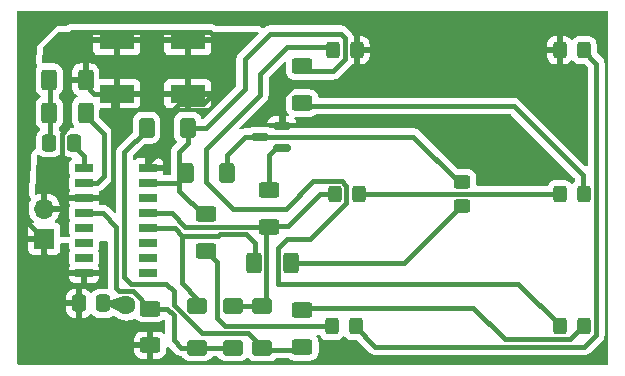
<source format=gbr>
%TF.GenerationSoftware,KiCad,Pcbnew,8.0.1*%
%TF.CreationDate,2024-04-22T11:34:38+02:00*%
%TF.ProjectId,wuerfel,77756572-6665-46c2-9e6b-696361645f70,rev?*%
%TF.SameCoordinates,Original*%
%TF.FileFunction,Copper,L1,Top*%
%TF.FilePolarity,Positive*%
%FSLAX46Y46*%
G04 Gerber Fmt 4.6, Leading zero omitted, Abs format (unit mm)*
G04 Created by KiCad (PCBNEW 8.0.1) date 2024-04-22 11:34:38*
%MOMM*%
%LPD*%
G01*
G04 APERTURE LIST*
G04 Aperture macros list*
%AMRoundRect*
0 Rectangle with rounded corners*
0 $1 Rounding radius*
0 $2 $3 $4 $5 $6 $7 $8 $9 X,Y pos of 4 corners*
0 Add a 4 corners polygon primitive as box body*
4,1,4,$2,$3,$4,$5,$6,$7,$8,$9,$2,$3,0*
0 Add four circle primitives for the rounded corners*
1,1,$1+$1,$2,$3*
1,1,$1+$1,$4,$5*
1,1,$1+$1,$6,$7*
1,1,$1+$1,$8,$9*
0 Add four rect primitives between the rounded corners*
20,1,$1+$1,$2,$3,$4,$5,0*
20,1,$1+$1,$4,$5,$6,$7,0*
20,1,$1+$1,$6,$7,$8,$9,0*
20,1,$1+$1,$8,$9,$2,$3,0*%
G04 Aperture macros list end*
%TA.AperFunction,SMDPad,CuDef*%
%ADD10R,3.000000X1.500000*%
%TD*%
%TA.AperFunction,SMDPad,CuDef*%
%ADD11R,1.525000X0.650000*%
%TD*%
%TA.AperFunction,SMDPad,CuDef*%
%ADD12RoundRect,0.150000X0.587500X0.150000X-0.587500X0.150000X-0.587500X-0.150000X0.587500X-0.150000X0*%
%TD*%
%TA.AperFunction,SMDPad,CuDef*%
%ADD13RoundRect,0.250000X-0.625000X0.400000X-0.625000X-0.400000X0.625000X-0.400000X0.625000X0.400000X0*%
%TD*%
%TA.AperFunction,SMDPad,CuDef*%
%ADD14RoundRect,0.250000X-0.325000X-0.450000X0.325000X-0.450000X0.325000X0.450000X-0.325000X0.450000X0*%
%TD*%
%TA.AperFunction,SMDPad,CuDef*%
%ADD15RoundRect,0.250000X0.325000X0.450000X-0.325000X0.450000X-0.325000X-0.450000X0.325000X-0.450000X0*%
%TD*%
%TA.AperFunction,SMDPad,CuDef*%
%ADD16RoundRect,0.250000X0.625000X-0.400000X0.625000X0.400000X-0.625000X0.400000X-0.625000X-0.400000X0*%
%TD*%
%TA.AperFunction,SMDPad,CuDef*%
%ADD17RoundRect,0.250000X0.450000X-0.325000X0.450000X0.325000X-0.450000X0.325000X-0.450000X-0.325000X0*%
%TD*%
%TA.AperFunction,SMDPad,CuDef*%
%ADD18RoundRect,0.250000X0.337500X0.475000X-0.337500X0.475000X-0.337500X-0.475000X0.337500X-0.475000X0*%
%TD*%
%TA.AperFunction,SMDPad,CuDef*%
%ADD19RoundRect,0.250000X0.400000X0.625000X-0.400000X0.625000X-0.400000X-0.625000X0.400000X-0.625000X0*%
%TD*%
%TA.AperFunction,SMDPad,CuDef*%
%ADD20RoundRect,0.250000X-0.600000X0.400000X-0.600000X-0.400000X0.600000X-0.400000X0.600000X0.400000X0*%
%TD*%
%TA.AperFunction,SMDPad,CuDef*%
%ADD21RoundRect,0.250000X0.400000X0.600000X-0.400000X0.600000X-0.400000X-0.600000X0.400000X-0.600000X0*%
%TD*%
%TA.AperFunction,ComponentPad*%
%ADD22R,1.700000X1.700000*%
%TD*%
%TA.AperFunction,ComponentPad*%
%ADD23O,1.700000X1.700000*%
%TD*%
%TA.AperFunction,SMDPad,CuDef*%
%ADD24RoundRect,0.250000X-0.337500X-0.475000X0.337500X-0.475000X0.337500X0.475000X-0.337500X0.475000X0*%
%TD*%
%TA.AperFunction,ViaPad*%
%ADD25C,1.600000*%
%TD*%
%TA.AperFunction,Conductor*%
%ADD26C,0.400000*%
%TD*%
G04 APERTURE END LIST*
D10*
%TO.P,SW1,1,1*%
%TO.N,GND*%
X199175009Y-48750000D03*
X205175009Y-48750000D03*
%TO.P,SW1,2,2*%
X199175009Y-53250000D03*
X205175009Y-53250000D03*
%TD*%
D11*
%TO.P,IC1,1,Q12*%
%TO.N,unconnected-(IC1-Q12-Pad1)*%
X201848000Y-68453000D03*
%TO.P,IC1,2,Q13*%
%TO.N,unconnected-(IC1-Q13-Pad2)*%
X201848000Y-67183000D03*
%TO.P,IC1,3,Q14*%
%TO.N,unconnected-(IC1-Q14-Pad3)*%
X201848000Y-65913000D03*
%TO.P,IC1,4,Q6*%
%TO.N,Net-(D14-K)*%
X201848000Y-64643000D03*
%TO.P,IC1,5,Q5*%
%TO.N,Net-(D15-K)*%
X201848000Y-63373000D03*
%TO.P,IC1,6,Q7*%
%TO.N,unconnected-(IC1-Q7-Pad6)*%
X201848000Y-62103000D03*
%TO.P,IC1,7,Q4*%
%TO.N,Net-(D13-A)*%
X201848000Y-60833000D03*
%TO.P,IC1,8,GND*%
%TO.N,GND*%
X201848000Y-59563000D03*
%TO.P,IC1,9,~{[Oslash]O}*%
%TO.N,Net-(IC1-~{[Oslash]O})*%
X196424000Y-59563000D03*
%TO.P,IC1,10,[Oslash]O*%
%TO.N,Net-(IC1-[Oslash]O)*%
X196424000Y-60833000D03*
%TO.P,IC1,11,~{[Oslash]I}*%
%TO.N,GND*%
X196424000Y-62103000D03*
%TO.P,IC1,12,CLEAR*%
%TO.N,Net-(D14-A)*%
X196424000Y-63373000D03*
%TO.P,IC1,13,Q9*%
%TO.N,unconnected-(IC1-Q9-Pad13)*%
X196424000Y-64643000D03*
%TO.P,IC1,14,Q8*%
%TO.N,unconnected-(IC1-Q8-Pad14)*%
X196424000Y-65913000D03*
%TO.P,IC1,15,Q10*%
%TO.N,unconnected-(IC1-Q10-Pad15)*%
X196424000Y-67183000D03*
%TO.P,IC1,16,VCC*%
%TO.N,+5V*%
X196424000Y-68453000D03*
%TD*%
D12*
%TO.P,Q1,1,B*%
%TO.N,Net-(Q1-B)*%
X213146626Y-57863296D03*
%TO.P,Q1,2,E*%
%TO.N,+5V*%
X213146626Y-55963296D03*
%TO.P,Q1,3,C*%
%TO.N,Net-(D10-A)*%
X211271626Y-56913296D03*
%TD*%
D13*
%TO.P,R1,1*%
%TO.N,Net-(Q1-B)*%
X212090000Y-61442000D03*
%TO.P,R1,2*%
%TO.N,Net-(D15-K)*%
X212090000Y-64542000D03*
%TD*%
D14*
%TO.P,D6,1,K*%
%TO.N,Net-(D6-K)*%
X217373827Y-72939173D03*
%TO.P,D6,2,A*%
%TO.N,Net-(D6-A)*%
X219423827Y-72939173D03*
%TD*%
D15*
%TO.P,D9,1,K*%
%TO.N,Net-(D9-K)*%
X238727827Y-72939173D03*
%TO.P,D9,2,A*%
%TO.N,Net-(D4-K)*%
X236677827Y-72939173D03*
%TD*%
D14*
%TO.P,D4,1,K*%
%TO.N,Net-(D4-K)*%
X217452327Y-49571173D03*
%TO.P,D4,2,A*%
%TO.N,+5V*%
X219502327Y-49571173D03*
%TD*%
D13*
%TO.P,R8,1*%
%TO.N,Net-(D9-K)*%
X214884000Y-71602000D03*
%TO.P,R8,2*%
%TO.N,Net-(D16-A)*%
X214884000Y-74702000D03*
%TD*%
D16*
%TO.P,R6,1*%
%TO.N,Net-(D6-K)*%
X206756000Y-66574000D03*
%TO.P,R6,2*%
%TO.N,Net-(D13-A)*%
X206756000Y-63474000D03*
%TD*%
D17*
%TO.P,D10,1,K*%
%TO.N,Net-(D10-K)*%
X228431827Y-62788173D03*
%TO.P,D10,2,A*%
%TO.N,Net-(D10-A)*%
X228431827Y-60738173D03*
%TD*%
D18*
%TO.P,C2,1*%
%TO.N,Net-(IC1-~{[Oslash]O})*%
X195537500Y-57404000D03*
%TO.P,C2,2*%
%TO.N,Net-(C2-Pad2)*%
X193462500Y-57404000D03*
%TD*%
D15*
%TO.P,D5,1,K*%
%TO.N,Net-(D5-K)*%
X219677827Y-61763173D03*
%TO.P,D5,2,A*%
%TO.N,Net-(D15-K)*%
X217627827Y-61763173D03*
%TD*%
D19*
%TO.P,R7,1*%
%TO.N,Net-(D10-K)*%
X213894000Y-67564000D03*
%TO.P,R7,2*%
%TO.N,Net-(D14-K)*%
X210794000Y-67564000D03*
%TD*%
D20*
%TO.P,D15,1,K*%
%TO.N,Net-(D15-K)*%
X209000000Y-71250000D03*
%TO.P,D15,2,A*%
%TO.N,Net-(D14-A)*%
X209000000Y-74750000D03*
%TD*%
D19*
%TO.P,R3,1*%
%TO.N,Net-(IC1-[Oslash]O)*%
X196550000Y-54864000D03*
%TO.P,R3,2*%
%TO.N,Net-(C2-Pad2)*%
X193450000Y-54864000D03*
%TD*%
%TO.P,R4,1*%
%TO.N,GND*%
X196550000Y-52070000D03*
%TO.P,R4,2*%
%TO.N,Net-(C2-Pad2)*%
X193450000Y-52070000D03*
%TD*%
D13*
%TO.P,R5,1*%
%TO.N,Net-(D13-A)*%
X214884000Y-50950000D03*
%TO.P,R5,2*%
%TO.N,Net-(D8-K)*%
X214884000Y-54050000D03*
%TD*%
D20*
%TO.P,D16,1,K*%
%TO.N,Net-(D15-K)*%
X211507969Y-71269008D03*
%TO.P,D16,2,A*%
%TO.N,Net-(D16-A)*%
X211507969Y-74769008D03*
%TD*%
D15*
%TO.P,D8,1,K*%
%TO.N,Net-(D8-K)*%
X238727827Y-61763173D03*
%TO.P,D8,2,A*%
%TO.N,Net-(D5-K)*%
X236677827Y-61763173D03*
%TD*%
%TO.P,D7,1,K*%
%TO.N,Net-(D6-A)*%
X238727827Y-49571173D03*
%TO.P,D7,2,A*%
%TO.N,+5V*%
X236677827Y-49571173D03*
%TD*%
D16*
%TO.P,R2,1*%
%TO.N,+5V*%
X202000000Y-74550000D03*
%TO.P,R2,2*%
%TO.N,Net-(D14-A)*%
X202000000Y-71450000D03*
%TD*%
D21*
%TO.P,D13,1,K*%
%TO.N,Net-(D10-A)*%
X208506000Y-59944000D03*
%TO.P,D13,2,A*%
%TO.N,Net-(D13-A)*%
X205006000Y-59944000D03*
%TD*%
D20*
%TO.P,D14,1,K*%
%TO.N,Net-(D14-K)*%
X206000000Y-71250000D03*
%TO.P,D14,2,A*%
%TO.N,Net-(D14-A)*%
X206000000Y-74750000D03*
%TD*%
D22*
%TO.P,J1,1*%
%TO.N,+5V*%
X193040000Y-65532000D03*
D23*
%TO.P,J1,2*%
%TO.N,GND*%
X193040000Y-62992000D03*
%TD*%
D24*
%TO.P,C1,1*%
%TO.N,+5V*%
X195962500Y-71000000D03*
%TO.P,C1,2*%
%TO.N,GND*%
X198037500Y-71000000D03*
%TD*%
D21*
%TO.P,D17,1,K*%
%TO.N,Net-(D13-A)*%
X205204000Y-56134000D03*
%TO.P,D17,2,A*%
%TO.N,Net-(D16-A)*%
X201704000Y-56134000D03*
%TD*%
D25*
%TO.N,GND*%
X203000000Y-58000000D03*
X200000000Y-71162000D03*
%TD*%
D26*
%TO.N,GND*%
X207038000Y-48038000D02*
X208280000Y-49280000D01*
X208280000Y-49280000D02*
X208280000Y-52324000D01*
X195404000Y-48038000D02*
X207038000Y-48038000D01*
X204470000Y-54102000D02*
X203454000Y-55118000D01*
X195000000Y-56202834D02*
X195000000Y-48442000D01*
X193000000Y-62952000D02*
X193000000Y-61000000D01*
X194550000Y-58450000D02*
X194550000Y-56652834D01*
X194000000Y-59000000D02*
X194550000Y-58450000D01*
X208280000Y-52324000D02*
X206502000Y-54102000D01*
X195000000Y-48442000D02*
X195404000Y-48038000D01*
X194550000Y-56652834D02*
X195000000Y-56202834D01*
X194000000Y-60000000D02*
X194000000Y-59000000D01*
X193000000Y-61000000D02*
X194000000Y-60000000D01*
X193040000Y-62992000D02*
X193000000Y-62952000D01*
X206502000Y-54102000D02*
X204470000Y-54102000D01*
X203454000Y-55118000D02*
X203454000Y-57957000D01*
%TO.N,+5V*%
X196424000Y-68453000D02*
X196403500Y-68432500D01*
X196403500Y-68432500D02*
X194670500Y-68432500D01*
X194670500Y-68432500D02*
X193040000Y-66802000D01*
X193040000Y-66802000D02*
X193040000Y-65532000D01*
%TO.N,GND*%
X199175009Y-53250000D02*
X205175009Y-53250000D01*
X196550000Y-52070000D02*
X196550000Y-52550000D01*
X196550000Y-52550000D02*
X197250000Y-53250000D01*
X197250000Y-53250000D02*
X199175009Y-53250000D01*
X196424000Y-62103000D02*
X197993000Y-62103000D01*
X197993000Y-62103000D02*
X198882000Y-61214000D01*
X198882000Y-61214000D02*
X198882000Y-53543009D01*
X198882000Y-53543009D02*
X199175009Y-53250000D01*
X201848000Y-59152000D02*
X203000000Y-58000000D01*
X201848000Y-59563000D02*
X201848000Y-59152000D01*
X199838000Y-71000000D02*
X200000000Y-71162000D01*
X198037500Y-71000000D02*
X199838000Y-71000000D01*
%TO.N,Net-(D14-A)*%
X202000000Y-71450000D02*
X203425306Y-71450000D01*
X203425306Y-71450000D02*
X204000000Y-72024694D01*
X204000000Y-72024694D02*
X204000000Y-74152000D01*
X204000000Y-74152000D02*
X204598000Y-74750000D01*
X204598000Y-74750000D02*
X206000000Y-74750000D01*
X196424000Y-63373000D02*
X197993000Y-63373000D01*
X197993000Y-63373000D02*
X199136000Y-64516000D01*
X199136000Y-64516000D02*
X199136000Y-69723000D01*
X199136000Y-69723000D02*
X199375000Y-69962000D01*
X199375000Y-69962000D02*
X200512000Y-69962000D01*
X200512000Y-69962000D02*
X202000000Y-71450000D01*
%TO.N,Net-(D13-A)*%
X205204000Y-56134000D02*
X206756000Y-56134000D01*
X217452421Y-51369500D02*
X214884000Y-51369500D01*
X206756000Y-56134000D02*
X210000000Y-52890000D01*
X210000000Y-52890000D02*
X210000000Y-50350000D01*
X218486570Y-50335351D02*
X217452421Y-51369500D01*
X210000000Y-50350000D02*
X212174000Y-48176000D01*
X218142190Y-48176000D02*
X218486570Y-48520380D01*
X212174000Y-48176000D02*
X218142190Y-48176000D01*
X218486570Y-48520380D02*
X218486570Y-50335351D01*
%TO.N,+5V*%
X208661500Y-47138000D02*
X194162000Y-47138000D01*
X194162000Y-47138000D02*
X191516000Y-49784000D01*
X191516000Y-49784000D02*
X191516000Y-64008000D01*
X191516000Y-64008000D02*
X193040000Y-65532000D01*
%TO.N,Net-(D9-K)*%
X214884000Y-71689500D02*
X215199500Y-71374000D01*
X215199500Y-71374000D02*
X229374000Y-71374000D01*
X237540327Y-74039173D02*
X238640327Y-72939173D01*
X229374000Y-71374000D02*
X232039173Y-74039173D01*
X232039173Y-74039173D02*
X237540327Y-74039173D01*
%TO.N,+5V*%
X219414827Y-49571173D02*
X219414827Y-51585173D01*
X214200000Y-52500000D02*
X213281500Y-53418500D01*
X219414827Y-51585173D02*
X218500000Y-52500000D01*
X213281500Y-53418500D02*
X213281500Y-55946000D01*
X218500000Y-52500000D02*
X214200000Y-52500000D01*
X219139457Y-47139457D02*
X219414827Y-47414827D01*
X208704543Y-47139457D02*
X219139457Y-47139457D01*
X219414827Y-47414827D02*
X219414827Y-49571173D01*
%TO.N,Net-(D6-K)*%
X206756000Y-66574000D02*
X207652000Y-67470000D01*
X207652000Y-67470000D02*
X207652000Y-72240083D01*
X207652000Y-72240083D02*
X208351090Y-72939173D01*
X208351090Y-72939173D02*
X217461327Y-72939173D01*
%TO.N,Net-(D16-A)*%
X201704000Y-56134000D02*
X201704000Y-56360000D01*
X206363007Y-73539173D02*
X210278134Y-73539173D01*
X201704000Y-56360000D02*
X199828000Y-58236000D01*
X199828000Y-58236000D02*
X199828000Y-68764000D01*
X199828000Y-68764000D02*
X200426000Y-69362000D01*
X204000000Y-71176166D02*
X206363007Y-73539173D01*
X200426000Y-69362000D02*
X203362000Y-69362000D01*
X203362000Y-69362000D02*
X204000000Y-70000000D01*
X204000000Y-70000000D02*
X204000000Y-71176166D01*
X210278134Y-73539173D02*
X211507969Y-74769008D01*
%TO.N,Net-(D14-K)*%
X204724000Y-65278000D02*
X207772000Y-65278000D01*
X210881500Y-65881500D02*
X210881500Y-67564000D01*
X207772000Y-65278000D02*
X207926000Y-65124000D01*
X207926000Y-65124000D02*
X210124000Y-65124000D01*
X210124000Y-65124000D02*
X210881500Y-65881500D01*
X206000000Y-71250000D02*
X206000000Y-70600000D01*
X206000000Y-70600000D02*
X204724000Y-69324000D01*
X204724000Y-69324000D02*
X204724000Y-65278000D01*
%TO.N,Net-(D14-A)*%
X208848000Y-74750000D02*
X209000000Y-74902000D01*
X206000000Y-74750000D02*
X208848000Y-74750000D01*
%TO.N,Net-(D15-K)*%
X209000000Y-71250000D02*
X211734000Y-71250000D01*
X211734000Y-71250000D02*
X211844000Y-71140000D01*
X211844000Y-71140000D02*
X211844000Y-64700500D01*
X211844000Y-64700500D02*
X212090000Y-64454500D01*
%TO.N,+5V*%
X231606827Y-49571173D02*
X234654827Y-49571173D01*
X234654827Y-49571173D02*
X236765327Y-49571173D01*
X219414827Y-49571173D02*
X231606827Y-49571173D01*
%TO.N,Net-(IC1-~{[Oslash]O})*%
X195260000Y-57404000D02*
X196424000Y-58568000D01*
X196424000Y-58568000D02*
X196424000Y-59563000D01*
%TO.N,Net-(C2-Pad2)*%
X193355500Y-52070000D02*
X193548000Y-52262500D01*
X193548000Y-57216000D02*
X193360000Y-57404000D01*
X193548000Y-52262500D02*
X193548000Y-57216000D01*
%TO.N,Net-(D4-K)*%
X211328000Y-51562000D02*
X211328000Y-53340000D01*
X217539827Y-49571173D02*
X217244654Y-49276000D01*
X211328000Y-53340000D02*
X206756000Y-57912000D01*
X212852000Y-69342000D02*
X233168154Y-69342000D01*
X215556900Y-65532000D02*
X213614000Y-65532000D01*
X206756000Y-57912000D02*
X206756000Y-60706000D01*
X213484239Y-62992000D02*
X215813066Y-60663173D01*
X212844000Y-69334000D02*
X212852000Y-69342000D01*
X212844000Y-66302000D02*
X212844000Y-69334000D01*
X206756000Y-60706000D02*
X209042000Y-62992000D01*
X217244654Y-49276000D02*
X213614000Y-49276000D01*
X218225727Y-60663173D02*
X218602827Y-61040273D01*
X209042000Y-62992000D02*
X213484239Y-62992000D01*
X233168154Y-69342000D02*
X236765327Y-72939173D01*
X218602827Y-61040273D02*
X218602827Y-62486073D01*
X215813066Y-60663173D02*
X218225727Y-60663173D01*
X213614000Y-49276000D02*
X211328000Y-51562000D01*
X213614000Y-65532000D02*
X212844000Y-66302000D01*
X218602827Y-62486073D02*
X215556900Y-65532000D01*
%TO.N,Net-(D5-K)*%
X219590327Y-61763173D02*
X233638827Y-61763173D01*
X233638827Y-61763173D02*
X236765327Y-61763173D01*
%TO.N,Net-(D15-K)*%
X212090000Y-64454500D02*
X212020500Y-64524000D01*
X212020500Y-64524000D02*
X204986000Y-64524000D01*
X203835000Y-63373000D02*
X201848000Y-63373000D01*
X217715327Y-61763173D02*
X216366827Y-61763173D01*
X204986000Y-64524000D02*
X203835000Y-63373000D01*
X213675500Y-64454500D02*
X212090000Y-64454500D01*
X216366827Y-61763173D02*
X213675500Y-64454500D01*
%TO.N,Net-(D6-A)*%
X238640327Y-49571173D02*
X239776000Y-50706846D01*
X239776000Y-73660000D02*
X238760000Y-74676000D01*
X239776000Y-50706846D02*
X239776000Y-73660000D01*
X221073154Y-74676000D02*
X219336327Y-72939173D01*
X238760000Y-74676000D02*
X221073154Y-74676000D01*
%TO.N,Net-(D8-K)*%
X214884000Y-54294500D02*
X232815327Y-54294500D01*
X232815327Y-54294500D02*
X238640327Y-60119500D01*
X238640327Y-60119500D02*
X238640327Y-61763173D01*
%TO.N,Net-(D10-K)*%
X228383327Y-62700673D02*
X228431827Y-62700673D01*
X223520000Y-67564000D02*
X228383327Y-62700673D01*
X213806500Y-67564000D02*
X223520000Y-67564000D01*
%TO.N,Net-(D10-A)*%
X210058000Y-56896000D02*
X211406500Y-56896000D01*
X208506000Y-59944000D02*
X208506000Y-58448000D01*
X208506000Y-58448000D02*
X210058000Y-56896000D01*
X228211673Y-60825673D02*
X228431827Y-60825673D01*
X224282000Y-56896000D02*
X228211673Y-60825673D01*
X211406500Y-56896000D02*
X224282000Y-56896000D01*
%TO.N,Net-(D13-A)*%
X203327000Y-60833000D02*
X201848000Y-60833000D01*
X206563500Y-63561500D02*
X204470000Y-61468000D01*
X204470000Y-58166000D02*
X204470000Y-60833000D01*
X204470000Y-61468000D02*
X204470000Y-60833000D01*
X204470000Y-60833000D02*
X203327000Y-60833000D01*
X205204000Y-57432000D02*
X204470000Y-58166000D01*
X206756000Y-63561500D02*
X206563500Y-63561500D01*
X205204000Y-56134000D02*
X205204000Y-57432000D01*
%TO.N,Net-(D14-K)*%
X201848000Y-64643000D02*
X204089000Y-64643000D01*
X204089000Y-64643000D02*
X204724000Y-65278000D01*
%TO.N,Net-(D16-A)*%
X214568500Y-74930000D02*
X214884000Y-74614500D01*
X212118000Y-74930000D02*
X214568500Y-74930000D01*
X211482000Y-75002000D02*
X211836000Y-74648000D01*
X211836000Y-74648000D02*
X212118000Y-74930000D01*
%TO.N,Net-(IC1-[Oslash]O)*%
X198120000Y-60198000D02*
X197485000Y-60833000D01*
X198120000Y-56703500D02*
X198120000Y-60198000D01*
X197485000Y-60833000D02*
X196424000Y-60833000D01*
X196280500Y-54864000D02*
X198120000Y-56703500D01*
%TO.N,Net-(Q1-B)*%
X212090000Y-61529500D02*
X212090000Y-58420000D01*
X212664000Y-57846000D02*
X213281500Y-57846000D01*
X212090000Y-58420000D02*
X212664000Y-57846000D01*
%TD*%
%TA.AperFunction,Conductor*%
%TO.N,GND*%
G36*
X197118048Y-48019685D02*
G01*
X197163803Y-48072489D01*
X197175009Y-48124000D01*
X197175009Y-48500000D01*
X201175009Y-48500000D01*
X201175009Y-48124000D01*
X201194694Y-48056961D01*
X201247498Y-48011206D01*
X201299009Y-48000000D01*
X203051009Y-48000000D01*
X203118048Y-48019685D01*
X203163803Y-48072489D01*
X203175009Y-48124000D01*
X203175009Y-48500000D01*
X207175009Y-48500000D01*
X207175009Y-48124000D01*
X207194694Y-48056961D01*
X207247498Y-48011206D01*
X207299009Y-48000000D01*
X211059981Y-48000000D01*
X211127020Y-48019685D01*
X211172775Y-48072489D01*
X211182719Y-48141647D01*
X211153694Y-48205203D01*
X211147662Y-48211681D01*
X209455888Y-49903453D01*
X209455887Y-49903454D01*
X209379222Y-50018192D01*
X209326421Y-50145667D01*
X209326418Y-50145677D01*
X209299500Y-50281004D01*
X209299500Y-52548481D01*
X209279815Y-52615520D01*
X209263181Y-52636162D01*
X206529493Y-55369849D01*
X206468170Y-55403334D01*
X206398478Y-55398350D01*
X206342545Y-55356478D01*
X206324107Y-55321175D01*
X206288814Y-55214666D01*
X206196712Y-55065344D01*
X206072656Y-54941288D01*
X205923334Y-54849186D01*
X205756797Y-54794001D01*
X205756795Y-54794000D01*
X205654010Y-54783500D01*
X204753998Y-54783500D01*
X204753980Y-54783501D01*
X204651203Y-54794000D01*
X204651200Y-54794001D01*
X204484668Y-54849185D01*
X204484663Y-54849187D01*
X204335342Y-54941289D01*
X204211289Y-55065342D01*
X204119187Y-55214663D01*
X204119186Y-55214666D01*
X204064001Y-55381203D01*
X204064001Y-55381204D01*
X204064000Y-55381204D01*
X204053500Y-55483983D01*
X204053500Y-56784001D01*
X204053501Y-56784018D01*
X204064000Y-56886796D01*
X204064001Y-56886799D01*
X204119185Y-57053331D01*
X204119187Y-57053336D01*
X204211289Y-57202657D01*
X204239306Y-57230674D01*
X204272791Y-57291997D01*
X204267807Y-57361689D01*
X204239306Y-57406036D01*
X203925888Y-57719454D01*
X203925882Y-57719462D01*
X203887433Y-57777006D01*
X203887433Y-57777007D01*
X203868329Y-57805598D01*
X203849225Y-57834188D01*
X203849221Y-57834195D01*
X203796421Y-57961667D01*
X203796418Y-57961677D01*
X203769500Y-58097004D01*
X203769500Y-60008500D01*
X203749815Y-60075539D01*
X203697011Y-60121294D01*
X203645500Y-60132500D01*
X203227401Y-60132500D01*
X203160362Y-60112815D01*
X203114607Y-60060011D01*
X203104112Y-59995243D01*
X203110499Y-59935841D01*
X203110500Y-59935827D01*
X203110500Y-59813000D01*
X201722000Y-59813000D01*
X201654961Y-59793315D01*
X201609206Y-59740511D01*
X201598000Y-59689000D01*
X201598000Y-58738000D01*
X202098000Y-58738000D01*
X202098000Y-59313000D01*
X203110500Y-59313000D01*
X203110500Y-59190172D01*
X203110499Y-59190155D01*
X203104098Y-59130627D01*
X203104096Y-59130620D01*
X203053854Y-58995913D01*
X203053850Y-58995906D01*
X202967690Y-58880812D01*
X202967687Y-58880809D01*
X202852593Y-58794649D01*
X202852586Y-58794645D01*
X202717879Y-58744403D01*
X202717872Y-58744401D01*
X202658344Y-58738000D01*
X202098000Y-58738000D01*
X201598000Y-58738000D01*
X201037655Y-58738000D01*
X200978127Y-58744401D01*
X200978120Y-58744403D01*
X200843413Y-58794645D01*
X200843411Y-58794646D01*
X200726811Y-58881934D01*
X200661347Y-58906351D01*
X200593074Y-58891500D01*
X200543668Y-58842095D01*
X200528500Y-58782667D01*
X200528500Y-58577518D01*
X200548185Y-58510479D01*
X200564814Y-58489841D01*
X201533838Y-57520817D01*
X201595161Y-57487333D01*
X201621519Y-57484499D01*
X202154002Y-57484499D01*
X202154008Y-57484499D01*
X202256797Y-57473999D01*
X202423334Y-57418814D01*
X202572656Y-57326712D01*
X202696712Y-57202656D01*
X202788814Y-57053334D01*
X202843999Y-56886797D01*
X202854500Y-56784009D01*
X202854499Y-55483992D01*
X202843999Y-55381203D01*
X202788814Y-55214666D01*
X202696712Y-55065344D01*
X202572656Y-54941288D01*
X202423334Y-54849186D01*
X202256797Y-54794001D01*
X202256795Y-54794000D01*
X202154010Y-54783500D01*
X201253998Y-54783500D01*
X201253980Y-54783501D01*
X201151203Y-54794000D01*
X201151200Y-54794001D01*
X200984668Y-54849185D01*
X200984663Y-54849187D01*
X200835342Y-54941289D01*
X200711289Y-55065342D01*
X200619187Y-55214663D01*
X200619186Y-55214666D01*
X200564001Y-55381203D01*
X200564001Y-55381204D01*
X200564000Y-55381204D01*
X200553500Y-55483983D01*
X200553500Y-56468480D01*
X200533815Y-56535519D01*
X200517181Y-56556161D01*
X199283888Y-57789453D01*
X199283887Y-57789454D01*
X199207222Y-57904192D01*
X199154421Y-58031667D01*
X199154418Y-58031679D01*
X199136561Y-58121455D01*
X199136561Y-58121458D01*
X199127500Y-58167006D01*
X199127500Y-63217480D01*
X199107815Y-63284519D01*
X199055011Y-63330274D01*
X198985853Y-63340218D01*
X198922297Y-63311193D01*
X198915819Y-63305161D01*
X198439545Y-62828887D01*
X198324807Y-62752222D01*
X198197332Y-62699421D01*
X198197322Y-62699418D01*
X198061996Y-62672500D01*
X198061994Y-62672500D01*
X198061993Y-62672500D01*
X197803401Y-62672500D01*
X197736362Y-62652815D01*
X197690607Y-62600011D01*
X197680112Y-62535243D01*
X197686499Y-62475841D01*
X197686500Y-62475827D01*
X197686500Y-62353000D01*
X195161500Y-62353000D01*
X195161500Y-62475844D01*
X195167901Y-62535372D01*
X195167903Y-62535379D01*
X195218145Y-62670086D01*
X195222397Y-62677872D01*
X195219179Y-62679628D01*
X195237477Y-62728976D01*
X195222493Y-62797220D01*
X195221335Y-62799018D01*
X195217702Y-62805671D01*
X195167410Y-62940513D01*
X195167409Y-62940517D01*
X195161000Y-63000127D01*
X195161000Y-63000134D01*
X195161000Y-63000135D01*
X195161000Y-63745870D01*
X195161001Y-63745876D01*
X195167408Y-63805483D01*
X195217702Y-63940328D01*
X195221954Y-63948114D01*
X195218780Y-63949846D01*
X195237159Y-63999302D01*
X195222225Y-64067557D01*
X195221617Y-64068502D01*
X195217702Y-64075671D01*
X195175841Y-64187909D01*
X195167409Y-64210517D01*
X195161000Y-64270127D01*
X195161000Y-64270134D01*
X195161000Y-64270135D01*
X195161000Y-65015870D01*
X195161001Y-65015876D01*
X195167409Y-65075484D01*
X195219748Y-65215815D01*
X195224732Y-65285506D01*
X195191246Y-65346829D01*
X195129923Y-65380313D01*
X195109578Y-65383001D01*
X194520511Y-65411595D01*
X194452596Y-65395184D01*
X194404335Y-65344661D01*
X194390499Y-65287741D01*
X194390499Y-64634129D01*
X194390498Y-64634123D01*
X194384091Y-64574516D01*
X194333797Y-64439671D01*
X194333793Y-64439664D01*
X194247547Y-64324455D01*
X194247544Y-64324452D01*
X194132335Y-64238206D01*
X194132328Y-64238202D01*
X194000401Y-64188997D01*
X193944467Y-64147126D01*
X193920050Y-64081662D01*
X193934902Y-64013389D01*
X193956053Y-63985133D01*
X194078108Y-63863078D01*
X194213600Y-63669578D01*
X194313429Y-63455492D01*
X194313432Y-63455486D01*
X194370636Y-63242000D01*
X193473012Y-63242000D01*
X193505925Y-63184993D01*
X193540000Y-63057826D01*
X193540000Y-62926174D01*
X193505925Y-62799007D01*
X193473012Y-62742000D01*
X194370636Y-62742000D01*
X194370635Y-62741999D01*
X194313432Y-62528513D01*
X194313429Y-62528507D01*
X194213600Y-62314422D01*
X194213599Y-62314420D01*
X194078113Y-62120926D01*
X194078108Y-62120920D01*
X193911082Y-61953894D01*
X193717578Y-61818399D01*
X193503492Y-61718570D01*
X193503486Y-61718567D01*
X193290000Y-61661364D01*
X193290000Y-62558988D01*
X193232993Y-62526075D01*
X193105826Y-62492000D01*
X192974174Y-62492000D01*
X192847007Y-62526075D01*
X192790000Y-62558988D01*
X192790000Y-61661364D01*
X192789999Y-61661364D01*
X192576513Y-61718567D01*
X192576507Y-61718570D01*
X192427758Y-61787933D01*
X192358680Y-61798425D01*
X192294896Y-61769905D01*
X192256657Y-61711429D01*
X192251538Y-61668776D01*
X192423348Y-58531105D01*
X192446667Y-58465248D01*
X192501894Y-58422449D01*
X192571492Y-58416302D01*
X192633366Y-58448758D01*
X192634842Y-58450210D01*
X192656344Y-58471712D01*
X192805666Y-58563814D01*
X192972203Y-58618999D01*
X193074991Y-58629500D01*
X193850008Y-58629499D01*
X193850016Y-58629498D01*
X193850019Y-58629498D01*
X193906302Y-58623748D01*
X193952797Y-58618999D01*
X194119334Y-58563814D01*
X194268656Y-58471712D01*
X194392712Y-58347656D01*
X194394461Y-58344819D01*
X194396169Y-58343283D01*
X194397193Y-58341989D01*
X194397414Y-58342163D01*
X194446406Y-58298096D01*
X194515368Y-58286872D01*
X194579451Y-58314713D01*
X194605537Y-58344817D01*
X194607288Y-58347656D01*
X194731344Y-58471712D01*
X194880666Y-58563814D01*
X195047203Y-58618999D01*
X195149991Y-58629500D01*
X195266630Y-58629499D01*
X195333668Y-58649183D01*
X195379423Y-58701987D01*
X195389367Y-58771145D01*
X195360343Y-58834701D01*
X195340941Y-58852765D01*
X195303952Y-58880455D01*
X195217706Y-58995664D01*
X195217702Y-58995671D01*
X195167410Y-59130513D01*
X195167409Y-59130517D01*
X195161000Y-59190127D01*
X195161000Y-59190134D01*
X195161000Y-59190135D01*
X195161000Y-59935870D01*
X195161001Y-59935876D01*
X195167408Y-59995483D01*
X195217702Y-60130328D01*
X195221954Y-60138114D01*
X195218780Y-60139846D01*
X195237159Y-60189302D01*
X195222225Y-60257557D01*
X195221617Y-60258502D01*
X195217702Y-60265671D01*
X195183570Y-60357186D01*
X195167409Y-60400517D01*
X195161000Y-60460127D01*
X195161000Y-60460134D01*
X195161000Y-60460135D01*
X195161000Y-61205870D01*
X195161001Y-61205876D01*
X195167408Y-61265483D01*
X195217702Y-61400327D01*
X195221952Y-61408109D01*
X195218894Y-61409778D01*
X195237463Y-61459594D01*
X195222598Y-61527864D01*
X195222217Y-61528457D01*
X195218145Y-61535913D01*
X195167903Y-61670620D01*
X195167901Y-61670627D01*
X195161500Y-61730155D01*
X195161500Y-61853000D01*
X197686500Y-61853000D01*
X197686500Y-61730172D01*
X197686499Y-61730155D01*
X197680098Y-61670627D01*
X197680096Y-61670620D01*
X197670149Y-61643949D01*
X197665165Y-61574258D01*
X197698650Y-61512935D01*
X197738876Y-61486056D01*
X197816811Y-61453775D01*
X197931543Y-61377114D01*
X198664114Y-60644543D01*
X198740775Y-60529811D01*
X198793580Y-60402328D01*
X198815107Y-60294105D01*
X198820500Y-60266996D01*
X198820500Y-56634510D01*
X198820500Y-56634507D01*
X198819877Y-56631377D01*
X198793580Y-56499172D01*
X198780867Y-56468480D01*
X198740777Y-56371692D01*
X198664112Y-56256954D01*
X197736818Y-55329660D01*
X197703333Y-55268337D01*
X197700499Y-55241979D01*
X197700499Y-54624000D01*
X197720184Y-54556961D01*
X197772988Y-54511206D01*
X197824499Y-54500000D01*
X198925009Y-54500000D01*
X198925009Y-53500000D01*
X199425009Y-53500000D01*
X199425009Y-54500000D01*
X200722837Y-54500000D01*
X200722853Y-54499999D01*
X200782381Y-54493598D01*
X200782388Y-54493596D01*
X200917095Y-54443354D01*
X200917102Y-54443350D01*
X201032196Y-54357190D01*
X201032199Y-54357187D01*
X201118359Y-54242093D01*
X201118363Y-54242086D01*
X201168605Y-54107379D01*
X201168607Y-54107372D01*
X201175008Y-54047844D01*
X201175009Y-54047827D01*
X201175009Y-53500000D01*
X203175009Y-53500000D01*
X203175009Y-54047844D01*
X203181410Y-54107372D01*
X203181412Y-54107379D01*
X203231654Y-54242086D01*
X203231658Y-54242093D01*
X203317818Y-54357187D01*
X203317821Y-54357190D01*
X203432915Y-54443350D01*
X203432922Y-54443354D01*
X203567629Y-54493596D01*
X203567636Y-54493598D01*
X203627164Y-54499999D01*
X203627181Y-54500000D01*
X204925009Y-54500000D01*
X204925009Y-53500000D01*
X205425009Y-53500000D01*
X205425009Y-54500000D01*
X206722837Y-54500000D01*
X206722853Y-54499999D01*
X206782381Y-54493598D01*
X206782388Y-54493596D01*
X206917095Y-54443354D01*
X206917102Y-54443350D01*
X207032196Y-54357190D01*
X207032199Y-54357187D01*
X207118359Y-54242093D01*
X207118363Y-54242086D01*
X207168605Y-54107379D01*
X207168607Y-54107372D01*
X207175008Y-54047844D01*
X207175009Y-54047827D01*
X207175009Y-53500000D01*
X205425009Y-53500000D01*
X204925009Y-53500000D01*
X203175009Y-53500000D01*
X201175009Y-53500000D01*
X199425009Y-53500000D01*
X198925009Y-53500000D01*
X198925009Y-52000000D01*
X199425009Y-52000000D01*
X199425009Y-53000000D01*
X201175009Y-53000000D01*
X203175009Y-53000000D01*
X204925009Y-53000000D01*
X204925009Y-52000000D01*
X205425009Y-52000000D01*
X205425009Y-53000000D01*
X207175009Y-53000000D01*
X207175009Y-52452172D01*
X207175008Y-52452155D01*
X207168607Y-52392627D01*
X207168605Y-52392620D01*
X207118363Y-52257913D01*
X207118359Y-52257906D01*
X207032199Y-52142812D01*
X207032196Y-52142809D01*
X206917102Y-52056649D01*
X206917095Y-52056645D01*
X206782388Y-52006403D01*
X206782381Y-52006401D01*
X206722853Y-52000000D01*
X205425009Y-52000000D01*
X204925009Y-52000000D01*
X203627164Y-52000000D01*
X203567636Y-52006401D01*
X203567629Y-52006403D01*
X203432922Y-52056645D01*
X203432915Y-52056649D01*
X203317821Y-52142809D01*
X203317818Y-52142812D01*
X203231658Y-52257906D01*
X203231654Y-52257913D01*
X203181412Y-52392620D01*
X203181410Y-52392627D01*
X203175009Y-52452155D01*
X203175009Y-53000000D01*
X201175009Y-53000000D01*
X201175009Y-52452172D01*
X201175008Y-52452155D01*
X201168607Y-52392627D01*
X201168605Y-52392620D01*
X201118363Y-52257913D01*
X201118359Y-52257906D01*
X201032199Y-52142812D01*
X201032196Y-52142809D01*
X200917102Y-52056649D01*
X200917095Y-52056645D01*
X200782388Y-52006403D01*
X200782381Y-52006401D01*
X200722853Y-52000000D01*
X199425009Y-52000000D01*
X198925009Y-52000000D01*
X197823999Y-52000000D01*
X197756960Y-51980315D01*
X197711205Y-51927511D01*
X197699999Y-51876000D01*
X197699999Y-51395028D01*
X197699998Y-51395013D01*
X197689505Y-51292302D01*
X197634358Y-51125880D01*
X197634356Y-51125875D01*
X197542315Y-50976654D01*
X197418345Y-50852684D01*
X197269124Y-50760643D01*
X197269119Y-50760641D01*
X197102697Y-50705494D01*
X197102690Y-50705493D01*
X196999986Y-50695000D01*
X196800000Y-50695000D01*
X196800000Y-52196000D01*
X196780315Y-52263039D01*
X196727511Y-52308794D01*
X196676000Y-52320000D01*
X195400001Y-52320000D01*
X195400001Y-52744986D01*
X195410494Y-52847697D01*
X195465641Y-53014119D01*
X195465643Y-53014124D01*
X195557684Y-53163345D01*
X195681654Y-53287315D01*
X195801387Y-53361167D01*
X195848111Y-53413115D01*
X195859334Y-53482078D01*
X195831490Y-53546160D01*
X195801387Y-53572245D01*
X195681342Y-53646289D01*
X195557289Y-53770342D01*
X195465187Y-53919663D01*
X195465186Y-53919666D01*
X195410001Y-54086203D01*
X195410001Y-54086204D01*
X195410000Y-54086204D01*
X195399500Y-54188983D01*
X195399500Y-55539001D01*
X195399501Y-55539018D01*
X195410000Y-55641796D01*
X195410001Y-55641799D01*
X195465185Y-55808331D01*
X195465187Y-55808336D01*
X195557289Y-55957657D01*
X195566451Y-55966819D01*
X195599936Y-56028142D01*
X195594952Y-56097834D01*
X195553080Y-56153767D01*
X195487616Y-56178184D01*
X195478770Y-56178500D01*
X195149999Y-56178500D01*
X195149980Y-56178501D01*
X195047203Y-56189000D01*
X195047200Y-56189001D01*
X194880668Y-56244185D01*
X194880663Y-56244187D01*
X194731342Y-56336289D01*
X194607285Y-56460346D01*
X194605537Y-56463182D01*
X194603829Y-56464717D01*
X194602807Y-56466011D01*
X194602585Y-56465836D01*
X194553589Y-56509905D01*
X194484626Y-56521126D01*
X194420544Y-56493282D01*
X194394463Y-56463182D01*
X194392714Y-56460347D01*
X194392713Y-56460346D01*
X194392712Y-56460344D01*
X194284818Y-56352450D01*
X194251334Y-56291127D01*
X194248500Y-56264769D01*
X194248500Y-56194190D01*
X194268185Y-56127151D01*
X194307403Y-56088652D01*
X194318656Y-56081712D01*
X194442712Y-55957656D01*
X194534814Y-55808334D01*
X194589999Y-55641797D01*
X194600500Y-55539009D01*
X194600499Y-54188992D01*
X194589999Y-54086203D01*
X194534814Y-53919666D01*
X194442712Y-53770344D01*
X194318656Y-53646288D01*
X194318652Y-53646285D01*
X194307401Y-53639345D01*
X194260677Y-53587396D01*
X194248500Y-53533808D01*
X194248500Y-53400190D01*
X194268185Y-53333151D01*
X194307403Y-53294652D01*
X194318656Y-53287712D01*
X194442712Y-53163656D01*
X194534814Y-53014334D01*
X194589999Y-52847797D01*
X194600500Y-52745009D01*
X194600499Y-51820000D01*
X195400000Y-51820000D01*
X196300000Y-51820000D01*
X196300000Y-50695000D01*
X196100029Y-50695000D01*
X196100012Y-50695001D01*
X195997302Y-50705494D01*
X195830880Y-50760641D01*
X195830875Y-50760643D01*
X195681654Y-50852684D01*
X195557684Y-50976654D01*
X195465643Y-51125875D01*
X195465641Y-51125880D01*
X195410494Y-51292302D01*
X195410493Y-51292309D01*
X195400000Y-51395013D01*
X195400000Y-51820000D01*
X194600499Y-51820000D01*
X194600499Y-51394992D01*
X194589999Y-51292203D01*
X194534814Y-51125666D01*
X194442712Y-50976344D01*
X194318656Y-50852288D01*
X194169334Y-50760186D01*
X194002797Y-50705001D01*
X194002795Y-50705000D01*
X193900010Y-50694500D01*
X192999998Y-50694500D01*
X192999977Y-50694502D01*
X192995974Y-50694911D01*
X192927281Y-50682140D01*
X192876397Y-50634259D01*
X192859478Y-50566469D01*
X192859547Y-50565013D01*
X192922640Y-49412778D01*
X192945960Y-49346920D01*
X192958761Y-49331895D01*
X193290656Y-49000000D01*
X197175009Y-49000000D01*
X197175009Y-49547844D01*
X197181410Y-49607372D01*
X197181412Y-49607379D01*
X197231654Y-49742086D01*
X197231658Y-49742093D01*
X197317818Y-49857187D01*
X197317821Y-49857190D01*
X197432915Y-49943350D01*
X197432922Y-49943354D01*
X197567629Y-49993596D01*
X197567636Y-49993598D01*
X197627164Y-49999999D01*
X197627181Y-50000000D01*
X198925009Y-50000000D01*
X198925009Y-49000000D01*
X199425009Y-49000000D01*
X199425009Y-50000000D01*
X200722837Y-50000000D01*
X200722853Y-49999999D01*
X200782381Y-49993598D01*
X200782388Y-49993596D01*
X200917095Y-49943354D01*
X200917102Y-49943350D01*
X201032196Y-49857190D01*
X201032199Y-49857187D01*
X201118359Y-49742093D01*
X201118363Y-49742086D01*
X201168605Y-49607379D01*
X201168607Y-49607372D01*
X201175008Y-49547844D01*
X201175009Y-49547827D01*
X201175009Y-49000000D01*
X203175009Y-49000000D01*
X203175009Y-49547844D01*
X203181410Y-49607372D01*
X203181412Y-49607379D01*
X203231654Y-49742086D01*
X203231658Y-49742093D01*
X203317818Y-49857187D01*
X203317821Y-49857190D01*
X203432915Y-49943350D01*
X203432922Y-49943354D01*
X203567629Y-49993596D01*
X203567636Y-49993598D01*
X203627164Y-49999999D01*
X203627181Y-50000000D01*
X204925009Y-50000000D01*
X204925009Y-49000000D01*
X205425009Y-49000000D01*
X205425009Y-50000000D01*
X206722837Y-50000000D01*
X206722853Y-49999999D01*
X206782381Y-49993598D01*
X206782388Y-49993596D01*
X206917095Y-49943354D01*
X206917102Y-49943350D01*
X207032196Y-49857190D01*
X207032199Y-49857187D01*
X207118359Y-49742093D01*
X207118363Y-49742086D01*
X207168605Y-49607379D01*
X207168607Y-49607372D01*
X207175008Y-49547844D01*
X207175009Y-49547827D01*
X207175009Y-49000000D01*
X205425009Y-49000000D01*
X204925009Y-49000000D01*
X203175009Y-49000000D01*
X201175009Y-49000000D01*
X199425009Y-49000000D01*
X198925009Y-49000000D01*
X197175009Y-49000000D01*
X193290656Y-49000000D01*
X194254338Y-48036319D01*
X194315661Y-48002834D01*
X194342019Y-48000000D01*
X197051009Y-48000000D01*
X197118048Y-48019685D01*
G37*
%TD.AperFunction*%
%TD*%
%TA.AperFunction,Conductor*%
%TO.N,+5V*%
G36*
X240735039Y-46247685D02*
G01*
X240780794Y-46300489D01*
X240792000Y-46352000D01*
X240792000Y-76076000D01*
X240772315Y-76143039D01*
X240719511Y-76188794D01*
X240668000Y-76200000D01*
X190878000Y-76200000D01*
X190810961Y-76180315D01*
X190765206Y-76127511D01*
X190754000Y-76076000D01*
X190754000Y-74800000D01*
X200625001Y-74800000D01*
X200625001Y-74999986D01*
X200635494Y-75102697D01*
X200690641Y-75269119D01*
X200690643Y-75269124D01*
X200782684Y-75418345D01*
X200906654Y-75542315D01*
X201055875Y-75634356D01*
X201055880Y-75634358D01*
X201222302Y-75689505D01*
X201222309Y-75689506D01*
X201325019Y-75699999D01*
X201749999Y-75699999D01*
X201750000Y-75699998D01*
X201750000Y-74800000D01*
X200625001Y-74800000D01*
X190754000Y-74800000D01*
X190754000Y-74300000D01*
X200625000Y-74300000D01*
X201750000Y-74300000D01*
X201750000Y-73400000D01*
X201325028Y-73400000D01*
X201325012Y-73400001D01*
X201222302Y-73410494D01*
X201055880Y-73465641D01*
X201055875Y-73465643D01*
X200906654Y-73557684D01*
X200782684Y-73681654D01*
X200690643Y-73830875D01*
X200690641Y-73830880D01*
X200635494Y-73997302D01*
X200635493Y-73997309D01*
X200625000Y-74100013D01*
X200625000Y-74300000D01*
X190754000Y-74300000D01*
X190754000Y-71250000D01*
X194875001Y-71250000D01*
X194875001Y-71524986D01*
X194885494Y-71627697D01*
X194940641Y-71794119D01*
X194940643Y-71794124D01*
X195032684Y-71943345D01*
X195156654Y-72067315D01*
X195305875Y-72159356D01*
X195305880Y-72159358D01*
X195472302Y-72214505D01*
X195472309Y-72214506D01*
X195575019Y-72224999D01*
X195712499Y-72224999D01*
X195712500Y-72224998D01*
X195712500Y-71250000D01*
X194875001Y-71250000D01*
X190754000Y-71250000D01*
X190754000Y-70750000D01*
X194875000Y-70750000D01*
X195712500Y-70750000D01*
X195712500Y-69775000D01*
X195575027Y-69775000D01*
X195575012Y-69775001D01*
X195472302Y-69785494D01*
X195305880Y-69840641D01*
X195305875Y-69840643D01*
X195156654Y-69932684D01*
X195032684Y-70056654D01*
X194940643Y-70205875D01*
X194940641Y-70205880D01*
X194885494Y-70372302D01*
X194885493Y-70372309D01*
X194875000Y-70475013D01*
X194875000Y-70750000D01*
X190754000Y-70750000D01*
X190754000Y-68703000D01*
X195161500Y-68703000D01*
X195161500Y-68825844D01*
X195167901Y-68885372D01*
X195167903Y-68885379D01*
X195218145Y-69020086D01*
X195218149Y-69020093D01*
X195304309Y-69135187D01*
X195304312Y-69135190D01*
X195419406Y-69221350D01*
X195419413Y-69221354D01*
X195554120Y-69271596D01*
X195554127Y-69271598D01*
X195613655Y-69277999D01*
X195613672Y-69278000D01*
X196174000Y-69278000D01*
X196174000Y-68703000D01*
X196674000Y-68703000D01*
X196674000Y-69278000D01*
X197234328Y-69278000D01*
X197234344Y-69277999D01*
X197293872Y-69271598D01*
X197293879Y-69271596D01*
X197428586Y-69221354D01*
X197428593Y-69221350D01*
X197543687Y-69135190D01*
X197543690Y-69135187D01*
X197629850Y-69020093D01*
X197629854Y-69020086D01*
X197680096Y-68885379D01*
X197680098Y-68885372D01*
X197686499Y-68825844D01*
X197686500Y-68825827D01*
X197686500Y-68703000D01*
X196674000Y-68703000D01*
X196174000Y-68703000D01*
X195161500Y-68703000D01*
X190754000Y-68703000D01*
X190754000Y-62992000D01*
X191684341Y-62992000D01*
X191704936Y-63227403D01*
X191704938Y-63227413D01*
X191766094Y-63455655D01*
X191766096Y-63455659D01*
X191766097Y-63455663D01*
X191824930Y-63581830D01*
X191865965Y-63669830D01*
X191865967Y-63669834D01*
X192001501Y-63863395D01*
X192001506Y-63863402D01*
X192123818Y-63985714D01*
X192157303Y-64047037D01*
X192152319Y-64116729D01*
X192110447Y-64172662D01*
X192079471Y-64189577D01*
X191947912Y-64238646D01*
X191947906Y-64238649D01*
X191832812Y-64324809D01*
X191832809Y-64324812D01*
X191746649Y-64439906D01*
X191746645Y-64439913D01*
X191696403Y-64574620D01*
X191696401Y-64574627D01*
X191690000Y-64634155D01*
X191690000Y-65282000D01*
X192606988Y-65282000D01*
X192574075Y-65339007D01*
X192540000Y-65466174D01*
X192540000Y-65597826D01*
X192574075Y-65724993D01*
X192606988Y-65782000D01*
X191690000Y-65782000D01*
X191690000Y-66429844D01*
X191696401Y-66489372D01*
X191696403Y-66489379D01*
X191746645Y-66624086D01*
X191746649Y-66624093D01*
X191832809Y-66739187D01*
X191832812Y-66739190D01*
X191947906Y-66825350D01*
X191947913Y-66825354D01*
X192082620Y-66875596D01*
X192082627Y-66875598D01*
X192142155Y-66881999D01*
X192142172Y-66882000D01*
X192790000Y-66882000D01*
X192790000Y-65965012D01*
X192847007Y-65997925D01*
X192974174Y-66032000D01*
X193105826Y-66032000D01*
X193232993Y-65997925D01*
X193290000Y-65965012D01*
X193290000Y-66882000D01*
X193937828Y-66882000D01*
X193937844Y-66881999D01*
X193997372Y-66875598D01*
X193997379Y-66875596D01*
X194132086Y-66825354D01*
X194132093Y-66825350D01*
X194247187Y-66739190D01*
X194247190Y-66739187D01*
X194333350Y-66624093D01*
X194333354Y-66624086D01*
X194383596Y-66489379D01*
X194383598Y-66489372D01*
X194389999Y-66429844D01*
X194390000Y-66429827D01*
X194390000Y-66038120D01*
X194409685Y-65971081D01*
X194462489Y-65925326D01*
X194525675Y-65914671D01*
X194545020Y-65916501D01*
X195030989Y-65892911D01*
X195098903Y-65909322D01*
X195147164Y-65959845D01*
X195161000Y-66016765D01*
X195161000Y-66285869D01*
X195161001Y-66285876D01*
X195167408Y-66345483D01*
X195217702Y-66480328D01*
X195221954Y-66488114D01*
X195218780Y-66489846D01*
X195237159Y-66539302D01*
X195222225Y-66607557D01*
X195221617Y-66608502D01*
X195217702Y-66615671D01*
X195167410Y-66750513D01*
X195167409Y-66750517D01*
X195161000Y-66810127D01*
X195161000Y-66810134D01*
X195161000Y-66810135D01*
X195161000Y-67555870D01*
X195161001Y-67555876D01*
X195167408Y-67615483D01*
X195217702Y-67750327D01*
X195221952Y-67758109D01*
X195218894Y-67759778D01*
X195237463Y-67809594D01*
X195222598Y-67877864D01*
X195222217Y-67878457D01*
X195218145Y-67885913D01*
X195167903Y-68020620D01*
X195167901Y-68020627D01*
X195161500Y-68080155D01*
X195161500Y-68203000D01*
X197686500Y-68203000D01*
X197686500Y-68080172D01*
X197686499Y-68080155D01*
X197680098Y-68020627D01*
X197680097Y-68020623D01*
X197629849Y-67885904D01*
X197625601Y-67878123D01*
X197628860Y-67876343D01*
X197610546Y-67827374D01*
X197625336Y-67759087D01*
X197626523Y-67757239D01*
X197630293Y-67750335D01*
X197630292Y-67750335D01*
X197630296Y-67750331D01*
X197680591Y-67615483D01*
X197687000Y-67555873D01*
X197686999Y-66810128D01*
X197680591Y-66750517D01*
X197680590Y-66750513D01*
X197630297Y-66615670D01*
X197626047Y-66607888D01*
X197629257Y-66606134D01*
X197610861Y-66557001D01*
X197625627Y-66488709D01*
X197626252Y-66487736D01*
X197630297Y-66480329D01*
X197649133Y-66429827D01*
X197680591Y-66345483D01*
X197687000Y-66285873D01*
X197686999Y-65880712D01*
X197706683Y-65813674D01*
X197759487Y-65767919D01*
X197819206Y-65757849D01*
X197819220Y-65757255D01*
X197822313Y-65757325D01*
X197822677Y-65757264D01*
X197823645Y-65757356D01*
X198305488Y-65733967D01*
X198373403Y-65750378D01*
X198421664Y-65800901D01*
X198435500Y-65857821D01*
X198435500Y-69650500D01*
X198415815Y-69717539D01*
X198363011Y-69763294D01*
X198311500Y-69774500D01*
X197649998Y-69774500D01*
X197649980Y-69774501D01*
X197547203Y-69785000D01*
X197547200Y-69785001D01*
X197380668Y-69840185D01*
X197380663Y-69840187D01*
X197231342Y-69932289D01*
X197107288Y-70056343D01*
X197107283Y-70056349D01*
X197105241Y-70059661D01*
X197103247Y-70061453D01*
X197102807Y-70062011D01*
X197102711Y-70061935D01*
X197053291Y-70106383D01*
X196984328Y-70117602D01*
X196920247Y-70089755D01*
X196894168Y-70059656D01*
X196892319Y-70056659D01*
X196892316Y-70056655D01*
X196768345Y-69932684D01*
X196619124Y-69840643D01*
X196619119Y-69840641D01*
X196452697Y-69785494D01*
X196452690Y-69785493D01*
X196349986Y-69775000D01*
X196212500Y-69775000D01*
X196212500Y-72224999D01*
X196349972Y-72224999D01*
X196349986Y-72224998D01*
X196452697Y-72214505D01*
X196619119Y-72159358D01*
X196619124Y-72159356D01*
X196768345Y-72067315D01*
X196892318Y-71943342D01*
X196894165Y-71940348D01*
X196895969Y-71938724D01*
X196896798Y-71937677D01*
X196896976Y-71937818D01*
X196946110Y-71893621D01*
X197015073Y-71882396D01*
X197079156Y-71910236D01*
X197105243Y-71940341D01*
X197107288Y-71943656D01*
X197231344Y-72067712D01*
X197380666Y-72159814D01*
X197547203Y-72214999D01*
X197649991Y-72225500D01*
X198425008Y-72225499D01*
X198425016Y-72225498D01*
X198425019Y-72225498D01*
X198488747Y-72218988D01*
X198527797Y-72214999D01*
X198694334Y-72159814D01*
X198833652Y-72073881D01*
X198901041Y-72055443D01*
X198958977Y-72071033D01*
X199301802Y-72261546D01*
X199312683Y-72268352D01*
X199347266Y-72292568D01*
X199407706Y-72320751D01*
X199415478Y-72324716D01*
X199436854Y-72336596D01*
X199462174Y-72349745D01*
X199463362Y-72350320D01*
X199504760Y-72366318D01*
X199512435Y-72369587D01*
X199553504Y-72388739D01*
X199773308Y-72447635D01*
X199935230Y-72461801D01*
X199999998Y-72467468D01*
X200000000Y-72467468D01*
X200000002Y-72467468D01*
X200056673Y-72462509D01*
X200226692Y-72447635D01*
X200446496Y-72388739D01*
X200644607Y-72296357D01*
X200713682Y-72285866D01*
X200777466Y-72314385D01*
X200784691Y-72321059D01*
X200906344Y-72442712D01*
X201055666Y-72534814D01*
X201222203Y-72589999D01*
X201324991Y-72600500D01*
X202675008Y-72600499D01*
X202777797Y-72589999D01*
X202944334Y-72534814D01*
X203093656Y-72442712D01*
X203093663Y-72442704D01*
X203098587Y-72438812D01*
X203163382Y-72412671D01*
X203232025Y-72425710D01*
X203282721Y-72473789D01*
X203299500Y-72536077D01*
X203299500Y-73464564D01*
X203279815Y-73531603D01*
X203227011Y-73577358D01*
X203157853Y-73587302D01*
X203098591Y-73561832D01*
X203093345Y-73557684D01*
X202944124Y-73465643D01*
X202944119Y-73465641D01*
X202777697Y-73410494D01*
X202777690Y-73410493D01*
X202674986Y-73400000D01*
X202250000Y-73400000D01*
X202250000Y-75699999D01*
X202674972Y-75699999D01*
X202674986Y-75699998D01*
X202777697Y-75689505D01*
X202944119Y-75634358D01*
X202944124Y-75634356D01*
X203093345Y-75542315D01*
X203217315Y-75418345D01*
X203309356Y-75269124D01*
X203309358Y-75269119D01*
X203364505Y-75102697D01*
X203364506Y-75102690D01*
X203374999Y-74999986D01*
X203374999Y-74817020D01*
X203394683Y-74749980D01*
X203447487Y-74704225D01*
X203516645Y-74694281D01*
X203580201Y-74723306D01*
X203586680Y-74729338D01*
X204151454Y-75294112D01*
X204266192Y-75370777D01*
X204388254Y-75421336D01*
X204393672Y-75423580D01*
X204393676Y-75423580D01*
X204393677Y-75423581D01*
X204529003Y-75450500D01*
X204529006Y-75450500D01*
X204529007Y-75450500D01*
X204634362Y-75450500D01*
X204701401Y-75470185D01*
X204739899Y-75509401D01*
X204807288Y-75618656D01*
X204931344Y-75742712D01*
X205080666Y-75834814D01*
X205247203Y-75889999D01*
X205349991Y-75900500D01*
X206650008Y-75900499D01*
X206752797Y-75889999D01*
X206919334Y-75834814D01*
X207068656Y-75742712D01*
X207192712Y-75618656D01*
X207260099Y-75509402D01*
X207312047Y-75462679D01*
X207365638Y-75450500D01*
X207634362Y-75450500D01*
X207701401Y-75470185D01*
X207739899Y-75509401D01*
X207807288Y-75618656D01*
X207931344Y-75742712D01*
X208080666Y-75834814D01*
X208247203Y-75889999D01*
X208349991Y-75900500D01*
X209650008Y-75900499D01*
X209752797Y-75889999D01*
X209919334Y-75834814D01*
X210068656Y-75742712D01*
X210156802Y-75654565D01*
X210218121Y-75621083D01*
X210287813Y-75626067D01*
X210332161Y-75654568D01*
X210439313Y-75761720D01*
X210588635Y-75853822D01*
X210755172Y-75909007D01*
X210857960Y-75919508D01*
X212157977Y-75919507D01*
X212260766Y-75909007D01*
X212427303Y-75853822D01*
X212576625Y-75761720D01*
X212671527Y-75666818D01*
X212732851Y-75633334D01*
X212759208Y-75630500D01*
X213674770Y-75630500D01*
X213741809Y-75650185D01*
X213762450Y-75666818D01*
X213790344Y-75694712D01*
X213939666Y-75786814D01*
X214106203Y-75841999D01*
X214208991Y-75852500D01*
X215559008Y-75852499D01*
X215661797Y-75841999D01*
X215828334Y-75786814D01*
X215977656Y-75694712D01*
X216101712Y-75570656D01*
X216193814Y-75421334D01*
X216248999Y-75254797D01*
X216259500Y-75152009D01*
X216259499Y-74251992D01*
X216257201Y-74229500D01*
X216248999Y-74149203D01*
X216248998Y-74149200D01*
X216242361Y-74129171D01*
X216193814Y-73982666D01*
X216101712Y-73833344D01*
X216101710Y-73833342D01*
X216098890Y-73828770D01*
X216080450Y-73761377D01*
X216101373Y-73694714D01*
X216155015Y-73649944D01*
X216204429Y-73639673D01*
X216252919Y-73639673D01*
X216319958Y-73659358D01*
X216358463Y-73703444D01*
X216360222Y-73702360D01*
X216364012Y-73708505D01*
X216364013Y-73708507D01*
X216456115Y-73857829D01*
X216580171Y-73981885D01*
X216729493Y-74073987D01*
X216896030Y-74129172D01*
X216998818Y-74139673D01*
X217748835Y-74139672D01*
X217748843Y-74139671D01*
X217748846Y-74139671D01*
X217805129Y-74133921D01*
X217851624Y-74129172D01*
X218018161Y-74073987D01*
X218167483Y-73981885D01*
X218291539Y-73857829D01*
X218293288Y-73854992D01*
X218294996Y-73853456D01*
X218296020Y-73852162D01*
X218296241Y-73852336D01*
X218345233Y-73808269D01*
X218414195Y-73797045D01*
X218478278Y-73824886D01*
X218504364Y-73854990D01*
X218506115Y-73857829D01*
X218630171Y-73981885D01*
X218779493Y-74073987D01*
X218946030Y-74129172D01*
X219048818Y-74139673D01*
X219494807Y-74139672D01*
X219561846Y-74159356D01*
X219582488Y-74175991D01*
X220626611Y-75220114D01*
X220672563Y-75250817D01*
X220672565Y-75250819D01*
X220672566Y-75250819D01*
X220741343Y-75296775D01*
X220741346Y-75296776D01*
X220741347Y-75296777D01*
X220830754Y-75333810D01*
X220830756Y-75333812D01*
X220868820Y-75349578D01*
X220868825Y-75349580D01*
X220868834Y-75349581D01*
X220868835Y-75349582D01*
X220895699Y-75354925D01*
X220895705Y-75354926D01*
X220895745Y-75354934D01*
X220986091Y-75372905D01*
X221004160Y-75376500D01*
X221004161Y-75376500D01*
X238828996Y-75376500D01*
X238937457Y-75354925D01*
X238964328Y-75349580D01*
X239028069Y-75323177D01*
X239091807Y-75296777D01*
X239091808Y-75296776D01*
X239091811Y-75296775D01*
X239206543Y-75220114D01*
X240320114Y-74106543D01*
X240396775Y-73991811D01*
X240400565Y-73982663D01*
X240449578Y-73864332D01*
X240449580Y-73864328D01*
X240476500Y-73728994D01*
X240476500Y-73591006D01*
X240476500Y-50637853D01*
X240476500Y-50637850D01*
X240460086Y-50555335D01*
X240449580Y-50502518D01*
X240448945Y-50500986D01*
X240448528Y-50499978D01*
X240396778Y-50375042D01*
X240396777Y-50375041D01*
X240396775Y-50375035D01*
X240320114Y-50260303D01*
X240320112Y-50260300D01*
X239839645Y-49779833D01*
X239806160Y-49718510D01*
X239803326Y-49692152D01*
X239803326Y-49071171D01*
X239803325Y-49071154D01*
X239792826Y-48968376D01*
X239792825Y-48968373D01*
X239762381Y-48876500D01*
X239737641Y-48801839D01*
X239645539Y-48652517D01*
X239521483Y-48528461D01*
X239428715Y-48471242D01*
X239372163Y-48436360D01*
X239372158Y-48436358D01*
X239370689Y-48435871D01*
X239205624Y-48381174D01*
X239205622Y-48381173D01*
X239102837Y-48370673D01*
X238352825Y-48370673D01*
X238352807Y-48370674D01*
X238250030Y-48381173D01*
X238250027Y-48381174D01*
X238083495Y-48436358D01*
X238083490Y-48436360D01*
X237934169Y-48528462D01*
X237810115Y-48652516D01*
X237810110Y-48652522D01*
X237808068Y-48655834D01*
X237806074Y-48657626D01*
X237805634Y-48658184D01*
X237805538Y-48658108D01*
X237756118Y-48702556D01*
X237687155Y-48713775D01*
X237623074Y-48685928D01*
X237596995Y-48655829D01*
X237595146Y-48652832D01*
X237595143Y-48652828D01*
X237471172Y-48528857D01*
X237321951Y-48436816D01*
X237321946Y-48436814D01*
X237155524Y-48381667D01*
X237155517Y-48381666D01*
X237052813Y-48371173D01*
X236927827Y-48371173D01*
X236927827Y-50771172D01*
X237052799Y-50771172D01*
X237052813Y-50771171D01*
X237155524Y-50760678D01*
X237321946Y-50705531D01*
X237321951Y-50705529D01*
X237471172Y-50613488D01*
X237595145Y-50489515D01*
X237596992Y-50486521D01*
X237598796Y-50484897D01*
X237599625Y-50483850D01*
X237599803Y-50483991D01*
X237648937Y-50439794D01*
X237717900Y-50428569D01*
X237781983Y-50456409D01*
X237808070Y-50486514D01*
X237810115Y-50489829D01*
X237934171Y-50613885D01*
X238083493Y-50705987D01*
X238250030Y-50761172D01*
X238352818Y-50771673D01*
X238798807Y-50771672D01*
X238865846Y-50791356D01*
X238886488Y-50807991D01*
X239039181Y-50960684D01*
X239072666Y-51022007D01*
X239075500Y-51048365D01*
X239075500Y-59264653D01*
X239055815Y-59331692D01*
X239003011Y-59377447D01*
X238933853Y-59387391D01*
X238870297Y-59358366D01*
X238863819Y-59352334D01*
X233261872Y-53750387D01*
X233147134Y-53673722D01*
X233019659Y-53620921D01*
X233019649Y-53620918D01*
X232884323Y-53594000D01*
X232884321Y-53594000D01*
X232884320Y-53594000D01*
X216369985Y-53594000D01*
X216302946Y-53574315D01*
X216257191Y-53521511D01*
X216251258Y-53503587D01*
X216251129Y-53503630D01*
X216221232Y-53413409D01*
X216193814Y-53330666D01*
X216101712Y-53181344D01*
X215977656Y-53057288D01*
X215828334Y-52965186D01*
X215661797Y-52910001D01*
X215661795Y-52910000D01*
X215559010Y-52899500D01*
X214208998Y-52899500D01*
X214208981Y-52899501D01*
X214106203Y-52910000D01*
X214106200Y-52910001D01*
X213939668Y-52965185D01*
X213939663Y-52965187D01*
X213790342Y-53057289D01*
X213666289Y-53181342D01*
X213574187Y-53330663D01*
X213574185Y-53330668D01*
X213557900Y-53379814D01*
X213519001Y-53497203D01*
X213519001Y-53497204D01*
X213519000Y-53497204D01*
X213508500Y-53599983D01*
X213508500Y-54500001D01*
X213508501Y-54500019D01*
X213519000Y-54602796D01*
X213519001Y-54602799D01*
X213574185Y-54769331D01*
X213574187Y-54769336D01*
X213666289Y-54918657D01*
X213699247Y-54951615D01*
X213732732Y-55012938D01*
X213727748Y-55082630D01*
X213685876Y-55138563D01*
X213620412Y-55162980D01*
X213611566Y-55163296D01*
X213396626Y-55163296D01*
X213396626Y-55713296D01*
X214381421Y-55713296D01*
X214381421Y-55713294D01*
X214381226Y-55710809D01*
X214335407Y-55553097D01*
X214251811Y-55411743D01*
X214247026Y-55405574D01*
X214248161Y-55404693D01*
X214218765Y-55350857D01*
X214223749Y-55281165D01*
X214265621Y-55225232D01*
X214331085Y-55200815D01*
X214339905Y-55200499D01*
X215559008Y-55200499D01*
X215661797Y-55189999D01*
X215828334Y-55134814D01*
X215977656Y-55042712D01*
X215989049Y-55031319D01*
X216050372Y-54997834D01*
X216076730Y-54995000D01*
X232473808Y-54995000D01*
X232540847Y-55014685D01*
X232561489Y-55031319D01*
X237903508Y-60373338D01*
X237936993Y-60434661D01*
X237939827Y-60461019D01*
X237939827Y-60663443D01*
X237920142Y-60730482D01*
X237903508Y-60751124D01*
X237810115Y-60844516D01*
X237810112Y-60844519D01*
X237808364Y-60847355D01*
X237806656Y-60848890D01*
X237805634Y-60850184D01*
X237805412Y-60850009D01*
X237756416Y-60894078D01*
X237687453Y-60905299D01*
X237623371Y-60877455D01*
X237597290Y-60847355D01*
X237595541Y-60844519D01*
X237471484Y-60720462D01*
X237471483Y-60720461D01*
X237322161Y-60628359D01*
X237155624Y-60573174D01*
X237155622Y-60573173D01*
X237052837Y-60562673D01*
X236302825Y-60562673D01*
X236302807Y-60562674D01*
X236200030Y-60573173D01*
X236200027Y-60573174D01*
X236033495Y-60628358D01*
X236033490Y-60628360D01*
X235884169Y-60720462D01*
X235760116Y-60844515D01*
X235748509Y-60863334D01*
X235669153Y-60991992D01*
X235664222Y-60999986D01*
X235662427Y-60998879D01*
X235623140Y-61043510D01*
X235556919Y-61062673D01*
X229756327Y-61062673D01*
X229689288Y-61042988D01*
X229643533Y-60990184D01*
X229632327Y-60938673D01*
X229632326Y-60363171D01*
X229632325Y-60363153D01*
X229621826Y-60260376D01*
X229621825Y-60260373D01*
X229601906Y-60200263D01*
X229566641Y-60093839D01*
X229474539Y-59944517D01*
X229350483Y-59820461D01*
X229201161Y-59728359D01*
X229034624Y-59673174D01*
X229034622Y-59673173D01*
X228931843Y-59662673D01*
X228931836Y-59662673D01*
X228090692Y-59662673D01*
X228023653Y-59642988D01*
X228003011Y-59626354D01*
X224728546Y-56351888D01*
X224728545Y-56351887D01*
X224613807Y-56275222D01*
X224486332Y-56222421D01*
X224486322Y-56222418D01*
X224350996Y-56195500D01*
X224350994Y-56195500D01*
X224350993Y-56195500D01*
X212210849Y-56195500D01*
X212147728Y-56178232D01*
X212119522Y-56161551D01*
X212119519Y-56161550D01*
X211961699Y-56115698D01*
X211961693Y-56115697D01*
X211924827Y-56112796D01*
X211924820Y-56112796D01*
X210618432Y-56112796D01*
X210618424Y-56112796D01*
X210581558Y-56115697D01*
X210581552Y-56115698D01*
X210423732Y-56161550D01*
X210423729Y-56161551D01*
X210395524Y-56178232D01*
X210332403Y-56195500D01*
X209989003Y-56195500D01*
X209880590Y-56217065D01*
X209880589Y-56217065D01*
X209853671Y-56222420D01*
X209812437Y-56239500D01*
X209812436Y-56239500D01*
X209720560Y-56277556D01*
X209720007Y-56276222D01*
X209658665Y-56288988D01*
X209593424Y-56263981D01*
X209552060Y-56207672D01*
X209547705Y-56137938D01*
X209580945Y-56077710D01*
X209945361Y-55713294D01*
X211911830Y-55713294D01*
X211911831Y-55713296D01*
X212896626Y-55713296D01*
X212896626Y-55163296D01*
X212493476Y-55163296D01*
X212456636Y-55166195D01*
X212456630Y-55166196D01*
X212298932Y-55212012D01*
X212298929Y-55212013D01*
X212157573Y-55295610D01*
X212157564Y-55295617D01*
X212041447Y-55411734D01*
X212041440Y-55411743D01*
X211957844Y-55553097D01*
X211912025Y-55710809D01*
X211911830Y-55713294D01*
X209945361Y-55713294D01*
X211872113Y-53786543D01*
X211883041Y-53770189D01*
X211948775Y-53671811D01*
X212001580Y-53544328D01*
X212013904Y-53482372D01*
X212028500Y-53408995D01*
X212028500Y-51903518D01*
X212048185Y-51836479D01*
X212064814Y-51815842D01*
X213296821Y-50583834D01*
X213358142Y-50550351D01*
X213427834Y-50555335D01*
X213483767Y-50597207D01*
X213508184Y-50662671D01*
X213508500Y-50671517D01*
X213508500Y-51400001D01*
X213508501Y-51400019D01*
X213519000Y-51502796D01*
X213519001Y-51502799D01*
X213574185Y-51669331D01*
X213574186Y-51669334D01*
X213666288Y-51818656D01*
X213790344Y-51942712D01*
X213939666Y-52034814D01*
X214106203Y-52089999D01*
X214208991Y-52100500D01*
X215559008Y-52100499D01*
X215661797Y-52089999D01*
X215703156Y-52076293D01*
X215742160Y-52070000D01*
X217521417Y-52070000D01*
X217612461Y-52051889D01*
X217656749Y-52043080D01*
X217720490Y-52016677D01*
X217784228Y-51990277D01*
X217784229Y-51990276D01*
X217784232Y-51990275D01*
X217898964Y-51913614D01*
X219007706Y-50804872D01*
X219069029Y-50771387D01*
X219107993Y-50769195D01*
X219127349Y-50771172D01*
X219252326Y-50771172D01*
X219252327Y-50771171D01*
X219252327Y-49821173D01*
X219752327Y-49821173D01*
X219752327Y-50771172D01*
X219877299Y-50771172D01*
X219877313Y-50771171D01*
X219980024Y-50760678D01*
X220146446Y-50705531D01*
X220146451Y-50705529D01*
X220295672Y-50613488D01*
X220419642Y-50489518D01*
X220511683Y-50340297D01*
X220511685Y-50340292D01*
X220566832Y-50173870D01*
X220566833Y-50173863D01*
X220577326Y-50071159D01*
X220577327Y-50071146D01*
X220577327Y-49821173D01*
X235602828Y-49821173D01*
X235602828Y-50071159D01*
X235613321Y-50173870D01*
X235668468Y-50340292D01*
X235668470Y-50340297D01*
X235760511Y-50489518D01*
X235884481Y-50613488D01*
X236033702Y-50705529D01*
X236033707Y-50705531D01*
X236200129Y-50760678D01*
X236200136Y-50760679D01*
X236302846Y-50771172D01*
X236427826Y-50771172D01*
X236427827Y-50771171D01*
X236427827Y-49821173D01*
X235602828Y-49821173D01*
X220577327Y-49821173D01*
X219752327Y-49821173D01*
X219252327Y-49821173D01*
X219252327Y-48371173D01*
X219752327Y-48371173D01*
X219752327Y-49321173D01*
X220577326Y-49321173D01*
X235602827Y-49321173D01*
X236427827Y-49321173D01*
X236427827Y-48371173D01*
X236302854Y-48371173D01*
X236302839Y-48371174D01*
X236200129Y-48381667D01*
X236033707Y-48436814D01*
X236033702Y-48436816D01*
X235884481Y-48528857D01*
X235760511Y-48652827D01*
X235668470Y-48802048D01*
X235668468Y-48802053D01*
X235613321Y-48968475D01*
X235613320Y-48968482D01*
X235602827Y-49071186D01*
X235602827Y-49321173D01*
X220577326Y-49321173D01*
X220577326Y-49071201D01*
X220577325Y-49071186D01*
X220566832Y-48968475D01*
X220511685Y-48802053D01*
X220511683Y-48802048D01*
X220419642Y-48652827D01*
X220295672Y-48528857D01*
X220146451Y-48436816D01*
X220146446Y-48436814D01*
X219980024Y-48381667D01*
X219980017Y-48381666D01*
X219877313Y-48371173D01*
X219752327Y-48371173D01*
X219252327Y-48371173D01*
X219246711Y-48365557D01*
X219198797Y-48351488D01*
X219153042Y-48298684D01*
X219151275Y-48294625D01*
X219107348Y-48188575D01*
X219107346Y-48188571D01*
X219107345Y-48188569D01*
X219052847Y-48107007D01*
X219052847Y-48107006D01*
X219030685Y-48073838D01*
X219030679Y-48073831D01*
X218588735Y-47631887D01*
X218473997Y-47555222D01*
X218346522Y-47502421D01*
X218346512Y-47502418D01*
X218211186Y-47475500D01*
X218211184Y-47475500D01*
X218211183Y-47475500D01*
X212105007Y-47475500D01*
X212105003Y-47475500D01*
X211996590Y-47497065D01*
X211996589Y-47497065D01*
X211969681Y-47502418D01*
X211969671Y-47502420D01*
X211933847Y-47517259D01*
X211842191Y-47555223D01*
X211842182Y-47555228D01*
X211787965Y-47591456D01*
X211727458Y-47631885D01*
X211677283Y-47682059D01*
X211615959Y-47715543D01*
X211546267Y-47710557D01*
X211508400Y-47688088D01*
X211400320Y-47594435D01*
X211400312Y-47594430D01*
X211269446Y-47534664D01*
X211269441Y-47534662D01*
X211269440Y-47534662D01*
X211202401Y-47514977D01*
X211202403Y-47514977D01*
X211202398Y-47514976D01*
X211154925Y-47508150D01*
X211059981Y-47494500D01*
X211059979Y-47494500D01*
X207523077Y-47494500D01*
X207456038Y-47474815D01*
X207454187Y-47473603D01*
X207369807Y-47417222D01*
X207242332Y-47364421D01*
X207242322Y-47364418D01*
X207106996Y-47337500D01*
X207106994Y-47337500D01*
X207106993Y-47337500D01*
X195335007Y-47337500D01*
X195335003Y-47337500D01*
X195226590Y-47359065D01*
X195226589Y-47359065D01*
X195199681Y-47364418D01*
X195199671Y-47364420D01*
X195072190Y-47417224D01*
X194987813Y-47473603D01*
X194921136Y-47494480D01*
X194918923Y-47494500D01*
X194342017Y-47494500D01*
X194287968Y-47497397D01*
X194287967Y-47497397D01*
X194261634Y-47500229D01*
X194261607Y-47500232D01*
X194208211Y-47508885D01*
X194208209Y-47508885D01*
X194073404Y-47559166D01*
X194012076Y-47592653D01*
X194012074Y-47592654D01*
X193896903Y-47678869D01*
X193896885Y-47678885D01*
X192915772Y-48659999D01*
X192601321Y-48974450D01*
X192573978Y-49004064D01*
X192561179Y-49019087D01*
X192536294Y-49050771D01*
X192536288Y-49050779D01*
X192469455Y-49178182D01*
X192469450Y-49178193D01*
X192447469Y-49240270D01*
X192446661Y-49242337D01*
X192446130Y-49244046D01*
X192446128Y-49244056D01*
X192417896Y-49385140D01*
X192354803Y-50537375D01*
X192354791Y-50537603D01*
X192354791Y-50537610D01*
X192354615Y-50541038D01*
X192354537Y-50542708D01*
X192354402Y-50545737D01*
X192354403Y-50545746D01*
X192369021Y-50688873D01*
X192369023Y-50688887D01*
X192385938Y-50756659D01*
X192385944Y-50756676D01*
X192385948Y-50756686D01*
X192443648Y-50898103D01*
X192440675Y-50899316D01*
X192453766Y-50951838D01*
X192435411Y-51011810D01*
X192365190Y-51125659D01*
X192365186Y-51125666D01*
X192310001Y-51292203D01*
X192310001Y-51292204D01*
X192310000Y-51292204D01*
X192299500Y-51394983D01*
X192299500Y-52745001D01*
X192299501Y-52745018D01*
X192310000Y-52847796D01*
X192310001Y-52847799D01*
X192348900Y-52965186D01*
X192365186Y-53014334D01*
X192457288Y-53163656D01*
X192581344Y-53287712D01*
X192700911Y-53361461D01*
X192747635Y-53413409D01*
X192758858Y-53482372D01*
X192731014Y-53546454D01*
X192700911Y-53572539D01*
X192581342Y-53646289D01*
X192457289Y-53770342D01*
X192365187Y-53919663D01*
X192365186Y-53919666D01*
X192310001Y-54086203D01*
X192310001Y-54086204D01*
X192310000Y-54086204D01*
X192299500Y-54188983D01*
X192299500Y-55539001D01*
X192299501Y-55539018D01*
X192310000Y-55641796D01*
X192310001Y-55641799D01*
X192333693Y-55713296D01*
X192365186Y-55808334D01*
X192457288Y-55957656D01*
X192581344Y-56081712D01*
X192654105Y-56126591D01*
X192700829Y-56178539D01*
X192712052Y-56247502D01*
X192684208Y-56311584D01*
X192661547Y-56331221D01*
X192662011Y-56331807D01*
X192656343Y-56336288D01*
X192532289Y-56460342D01*
X192440187Y-56609663D01*
X192440186Y-56609666D01*
X192385001Y-56776203D01*
X192385001Y-56776204D01*
X192385000Y-56776204D01*
X192374500Y-56878983D01*
X192374500Y-57847203D01*
X192354815Y-57914242D01*
X192311736Y-57955028D01*
X192192246Y-58022888D01*
X192137016Y-58065689D01*
X192036994Y-58169108D01*
X191970154Y-58296528D01*
X191947926Y-58359303D01*
X191946936Y-58361881D01*
X191918604Y-58503465D01*
X191876924Y-59264653D01*
X191766273Y-61285415D01*
X191746794Y-61641141D01*
X191749639Y-61729000D01*
X191749639Y-61729007D01*
X191749640Y-61729011D01*
X191749774Y-61730127D01*
X191754759Y-61771668D01*
X191772776Y-61857681D01*
X191772778Y-61857689D01*
X191833577Y-61988074D01*
X191833581Y-61988082D01*
X191833584Y-61988087D01*
X191837972Y-61994797D01*
X191871823Y-62046564D01*
X191871828Y-62046571D01*
X191908494Y-62088213D01*
X191938022Y-62151536D01*
X191928627Y-62220771D01*
X191917004Y-62241278D01*
X191865964Y-62314172D01*
X191766097Y-62528335D01*
X191766094Y-62528344D01*
X191704938Y-62756586D01*
X191704936Y-62756596D01*
X191684341Y-62991999D01*
X191684341Y-62992000D01*
X190754000Y-62992000D01*
X190754000Y-46352000D01*
X190773685Y-46284961D01*
X190826489Y-46239206D01*
X190878000Y-46228000D01*
X240668000Y-46228000D01*
X240735039Y-46247685D01*
G37*
%TD.AperFunction*%
%TD*%
%TA.AperFunction,Conductor*%
%TO.N,GND*%
G36*
X199692654Y-70426830D02*
G01*
X199697901Y-70432636D01*
X199999134Y-71157510D01*
X199999144Y-71166463D01*
X199999135Y-71166485D01*
X199999134Y-71166490D01*
X199698882Y-71889000D01*
X199692543Y-71895325D01*
X199683588Y-71895314D01*
X199682400Y-71894739D01*
X199268112Y-71664514D01*
X198438241Y-71203343D01*
X198432674Y-71196329D01*
X198432224Y-71193116D01*
X198432224Y-70808714D01*
X198435651Y-70800441D01*
X198440571Y-70797504D01*
X199683748Y-70425916D01*
X199692654Y-70426830D01*
G37*
%TD.AperFunction*%
%TD*%
M02*

</source>
